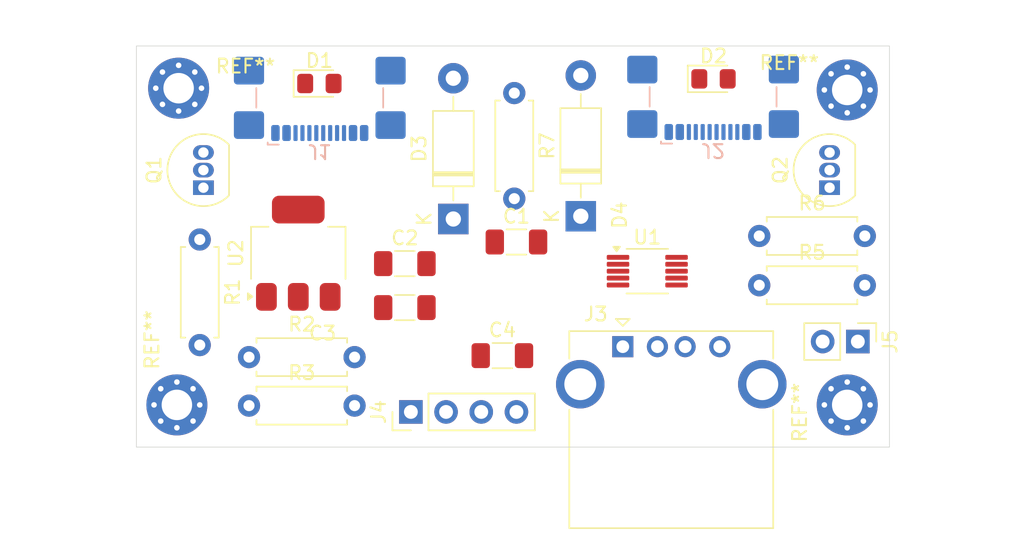
<source format=kicad_pcb>
(kicad_pcb (version 20240108) (generator "pcbnew") (generator_version "8.0")
  (layers (0 "F.Cu" signal) (31 "B.Cu" signal) (34 "B.Paste" user) (35 "F.Paste" user) (36 "B.SilkS" user "B.Silkscreen") (37 "F.SilkS" user "F.Silkscreen") (38 "B.Mask" user) (39 "F.Mask" user) (44 "Edge.Cuts" user))
  (net 0 "")
  (net 1 "GND")
  (net 2 "/5V")
  (net 3 "Net-(U1-VCC)")
  (net 4 "Net-(D1-A)")
  (net 5 "Net-(D2-A)")
  (net 6 "Net-(D3-A)")
  (net 7 "Net-(D4-A)")
  (net 8 "Net-(U1-HSD1-)")
  (net 9 "Net-(U1-HSD1+)")
  (net 12 "Net-(U1-HSD2-)")
  (net 15 "Net-(U1-HSD2+)")
  (net 16 "/D-")
  (net 17 "/D+")
  (net 18 "/SUS")
  (net 19 "/SEL")
  (net 20 "Net-(Q1-E)")
  (net 21 "Net-(Q1-B)")
  (net 22 "Net-(U2-GND)")
  (net 23 "Net-(U1-SEL)")
  (net 24 "Net-(U1-~{OE})")
  (footprint "MountingHole:MountingHole_2.2mm_M2_Pad_Via" (layer "F.Cu") (at 154.432 91.948)
    (property "Reference" "REF**" (at -3.432 0.552 90) (layer "F.SilkS"))
    (property "Value" "MountingHole_2.2mm_M2_Pad_Via")
    (pad "1" thru_hole circle (at -1.65 0) (size 0.7 0.7) (drill 0.4) (layers "*.Cu" "*.Mask"))
    (pad "1" thru_hole circle (at -1.166726 -1.166726) (size 0.7 0.7) (drill 0.4) (layers "*.Cu" "*.Mask"))
    (pad "1" thru_hole circle (at -1.166726 1.166726) (size 0.7 0.7) (drill 0.4) (layers "*.Cu" "*.Mask"))
    (pad "1" thru_hole circle (at 0 -1.65) (size 0.7 0.7) (drill 0.4) (layers "*.Cu" "*.Mask"))
    (pad "1" thru_hole circle (at 0 0) (size 4.4 4.4) (drill 2.2) (layers "*.Cu" "*.Mask"))
    (pad "1" thru_hole circle (at 0 1.65) (size 0.7 0.7) (drill 0.4) (layers "*.Cu" "*.Mask"))
    (pad "1" thru_hole circle (at 1.166726 -1.166726) (size 0.7 0.7) (drill 0.4) (layers "*.Cu" "*.Mask"))
    (pad "1" thru_hole circle (at 1.166726 1.166726) (size 0.7 0.7) (drill 0.4) (layers "*.Cu" "*.Mask"))
    (pad "1" thru_hole circle (at 1.65 0) (size 0.7 0.7) (drill 0.4) (layers "*.Cu" "*.Mask"))
  )
  (footprint "Capacitor_SMD:C_1206_3216Metric_Pad1.33x1.80mm_HandSolder" (layer "F.Cu") (at 129.54 88.392)
    (property "Reference" "C4" (at 0 -1.85 0) (layer "F.SilkS"))
    (property "Value" "22uF")
    (fp_line (start -0.711252 -0.91) (end 0.711252 -0.91) (stroke (width 0.12)) (layer "F.SilkS"))
    (fp_line (start -0.711252 0.91) (end 0.711252 0.91) (stroke (width 0.12)) (layer "F.SilkS"))
    (pad "1" smd roundrect (at -1.5625 0) (size 1.325 1.8) (layers "F.Cu" "F.Paste" "F.Mask") (roundrect_rratio 0.188679) (net 2 "/5V"))
    (pad "2" smd roundrect (at 1.5625 0) (size 1.325 1.8) (layers "F.Cu" "F.Paste" "F.Mask") (roundrect_rratio 0.188679) (net 1 "GND"))
  )
  (footprint "Package_SO:MSOP-10_3x3mm_P0.5mm" (layer "F.Cu") (at 140 82.296)
    (property "Reference" "U1" (at 0 -2.45 0) (layer "F.SilkS"))
    (property "Value" "FSUSB42MUX")
    (fp_line (start 0 -1.61) (end -1.5 -1.61) (stroke (width 0.12)) (layer "F.SilkS"))
    (fp_line (start 0 -1.61) (end 1.5 -1.61) (stroke (width 0.12)) (layer "F.SilkS"))
    (fp_line (start 0 1.61) (end -1.5 1.61) (stroke (width 0.12)) (layer "F.SilkS"))
    (fp_line (start 0 1.61) (end 1.5 1.61) (stroke (width 0.12)) (layer "F.SilkS"))
    (fp_poly (pts (xy -2.2125 -1.435) (xy -2.4525 -1.765) (xy -1.9725 -1.765) (xy -2.2125 -1.435)) (stroke (width 0.12)) (fill solid) (layer "F.SilkS"))
    (pad "1" smd roundrect (at -2.1125 -1) (size 1.625 0.35) (layers "F.Cu" "F.Paste" "F.Mask") (net 3 "Net-(U1-VCC)"))
    (pad "2" smd roundrect (at -2.1125 -0.5) (size 1.625 0.35) (layers "F.Cu" "F.Paste" "F.Mask") (net 23 "Net-(U1-SEL)"))
    (pad "3" smd roundrect (at -2.1125 0) (size 1.625 0.35) (layers "F.Cu" "F.Paste" "F.Mask") (net 17 "/D+"))
    (pad "4" smd roundrect (at -2.1125 0.5) (size 1.625 0.35) (layers "F.Cu" "F.Paste" "F.Mask") (net 16 "/D-"))
    (pad "5" smd roundrect (at -2.1125 1) (size 1.625 0.35) (layers "F.Cu" "F.Paste" "F.Mask") (net 1 "GND"))
    (pad "6" smd roundrect (at 2.1125 1) (size 1.625 0.35) (layers "F.Cu" "F.Paste" "F.Mask") (net 8 "Net-(U1-HSD1-)"))
    (pad "7" smd roundrect (at 2.1125 0.5) (size 1.625 0.35) (layers "F.Cu" "F.Paste" "F.Mask") (net 9 "Net-(U1-HSD1+)"))
    (pad "8" smd roundrect (at 2.1125 0) (size 1.625 0.35) (layers "F.Cu" "F.Paste" "F.Mask") (net 12 "Net-(U1-HSD2-)"))
    (pad "9" smd roundrect (at 2.1125 -0.5) (size 1.625 0.35) (layers "F.Cu" "F.Paste" "F.Mask") (net 15 "Net-(U1-HSD2+)"))
    (pad "10" smd roundrect (at 2.1125 -1) (size 1.625 0.35) (layers "F.Cu" "F.Paste" "F.Mask") (net 24 "Net-(U1-~{OE})"))
  )
  (footprint "Package_TO_SOT_THT:TO-92_Inline" (layer "F.Cu") (at 107.96 76.27 90)
    (property "Reference" "Q1" (at 1.27 -3.56 -90) (layer "F.SilkS"))
    (property "Value" "2N3906")
    (fp_line (start -0.53 1.85) (end 3.07 1.85) (stroke (width 0.12)) (layer "F.SilkS"))
    (fp_arc (start 1.27 -2.6) (mid 3.672087 -0.994977) (end 3.108478 1.838478) (stroke (width 0.12)) (layer "F.SilkS"))
    (fp_arc (start -0.568478 1.838478) (mid -1.132087 -0.994977) (end 1.27 -2.6) (stroke (width 0.12)) (layer "F.SilkS"))
    (pad "1" thru_hole rect (at 0 0 90) (size 1.05 1.5) (drill 0.75) (layers "*.Cu" "*.Mask") (net 20 "Net-(Q1-E)"))
    (pad "2" thru_hole oval (at 1.27 0 90) (size 1.05 1.5) (drill 0.75) (layers "*.Cu" "*.Mask") (net 21 "Net-(Q1-B)"))
    (pad "3" thru_hole oval (at 2.54 0 90) (size 1.05 1.5) (drill 0.75) (layers "*.Cu" "*.Mask") (net 4 "Net-(D1-A)"))
  )
  (footprint "Resistor_THT:R_Axial_DIN0207_L6.3mm_D2.5mm_P7.62mm_Horizontal" (layer "F.Cu") (at 111.252 92)
    (property "Reference" "R3" (at 3.81 -2.37 0) (layer "F.SilkS"))
    (property "Value" "VAR-R")
    (fp_line (start 0.54 -1.37) (end 7.08 -1.37) (stroke (width 0.12)) (layer "F.SilkS"))
    (fp_line (start 0.54 -1.04) (end 0.54 -1.37) (stroke (width 0.12)) (layer "F.SilkS"))
    (fp_line (start 0.54 1.04) (end 0.54 1.37) (stroke (width 0.12)) (layer "F.SilkS"))
    (fp_line (start 0.54 1.37) (end 7.08 1.37) (stroke (width 0.12)) (layer "F.SilkS"))
    (fp_line (start 7.08 -1.37) (end 7.08 -1.04) (stroke (width 0.12)) (layer "F.SilkS"))
    (fp_line (start 7.08 1.37) (end 7.08 1.04) (stroke (width 0.12)) (layer "F.SilkS"))
    (pad "1" thru_hole circle (at 0 0) (size 1.6 1.6) (drill 0.8) (layers "*.Cu" "*.Mask") (net 1 "GND"))
    (pad "2" thru_hole oval (at 7.62 0) (size 1.6 1.6) (drill 0.8) (layers "*.Cu" "*.Mask") (net 22 "Net-(U2-GND)"))
  )
  (footprint "LED_SMD:LED_0805_2012Metric_Pad1.15x1.40mm_HandSolder" (layer "F.Cu") (at 144.78 68.415)
    (property "Reference" "D2" (at 0 -1.65 360) (layer "F.SilkS"))
    (property "Value" "LED")
    (fp_line (start -1.86 -0.96) (end -1.86 0.96) (stroke (width 0.12)) (layer "F.SilkS"))
    (fp_line (start -1.86 0.96) (end 1 0.96) (stroke (width 0.12)) (layer "F.SilkS"))
    (fp_line (start 1 -0.96) (end -1.86 -0.96) (stroke (width 0.12)) (layer "F.SilkS"))
    (pad "1" smd roundrect (at -1.025 0) (size 1.15 1.4) (layers "F.Cu" "F.Paste" "F.Mask") (roundrect_rratio 0.217391) (net 1 "GND"))
    (pad "2" smd roundrect (at 1.025 0) (size 1.15 1.4) (layers "F.Cu" "F.Paste" "F.Mask") (roundrect_rratio 0.217391) (net 5 "Net-(D2-A)"))
  )
  (footprint "Connector_PinHeader_2.54mm:PinHeader_1x04_P2.54mm_Vertical" (layer "F.Cu") (at 122.936 92.456 90)
    (property "Reference" "J4" (at 0 -2.33 -90) (layer "F.SilkS"))
    (property "Value" "USB_out_pads")
    (fp_line (start -1.33 -1.33) (end 0 -1.33) (stroke (width 0.12)) (layer "F.SilkS"))
    (fp_line (start -1.33 0) (end -1.33 -1.33) (stroke (width 0.12)) (layer "F.SilkS"))
    (fp_line (start 1.33 1.27) (end 1.33 8.95) (stroke (width 0.12)) (layer "F.SilkS"))
    (fp_line (start -1.33 1.27) (end 1.33 1.27) (stroke (width 0.12)) (layer "F.SilkS"))
    (fp_line (start -1.33 1.27) (end -1.33 8.95) (stroke (width 0.12)) (layer "F.SilkS"))
    (fp_line (start -1.33 8.95) (end 1.33 8.95) (stroke (width 0.12)) (layer "F.SilkS"))
    (pad "1" thru_hole rect (at 0 0 90) (size 1.7 1.7) (drill 1) (layers "*.Cu" "*.Mask") (net 1 "GND"))
    (pad "2" thru_hole oval (at 0 2.54 90) (size 1.7 1.7) (drill 1) (layers "*.Cu" "*.Mask") (net 16 "/D-"))
    (pad "3" thru_hole oval (at 0 5.08 90) (size 1.7 1.7) (drill 1) (layers "*.Cu" "*.Mask") (net 17 "/D+"))
    (pad "4" thru_hole oval (at 0 7.62 90) (size 1.7 1.7) (drill 1) (layers "*.Cu" "*.Mask") (net 2 "/5V"))
  )
  (footprint "Resistor_THT:R_Axial_DIN0207_L6.3mm_D2.5mm_P7.62mm_Horizontal" (layer "F.Cu") (at 148.082 79.756)
    (property "Reference" "R6" (at 3.81 -2.37 360) (layer "F.SilkS"))
    (property "Value" "10K")
    (fp_line (start 0.54 -1.37) (end 7.08 -1.37) (stroke (width 0.12)) (layer "F.SilkS"))
    (fp_line (start 0.54 -1.04) (end 0.54 -1.37) (stroke (width 0.12)) (layer "F.SilkS"))
    (fp_line (start 0.54 1.04) (end 0.54 1.37) (stroke (width 0.12)) (layer "F.SilkS"))
    (fp_line (start 0.54 1.37) (end 7.08 1.37) (stroke (width 0.12)) (layer "F.SilkS"))
    (fp_line (start 7.08 -1.37) (end 7.08 -1.04) (stroke (width 0.12)) (layer "F.SilkS"))
    (fp_line (start 7.08 1.37) (end 7.08 1.04) (stroke (width 0.12)) (layer "F.SilkS"))
    (pad "1" thru_hole circle (at 0 0) (size 1.6 1.6) (drill 0.8) (layers "*.Cu" "*.Mask") (net 24 "Net-(U1-~{OE})"))
    (pad "2" thru_hole oval (at 7.62 0) (size 1.6 1.6) (drill 0.8) (layers "*.Cu" "*.Mask") (net 18 "/SUS"))
  )
  (footprint "Package_TO_SOT_THT:TO-92_Inline" (layer "F.Cu") (at 153.16 76.27 90)
    (property "Reference" "Q2" (at 1.27 -3.56 -90) (layer "F.SilkS"))
    (property "Value" "2N3904")
    (fp_line (start -0.53 1.85) (end 3.07 1.85) (stroke (width 0.12)) (layer "F.SilkS"))
    (fp_arc (start 1.27 -2.6) (mid 3.672087 -0.994977) (end 3.108478 1.838478) (stroke (width 0.12)) (layer "F.SilkS"))
    (fp_arc (start -0.568478 1.838478) (mid -1.132087 -0.994977) (end 1.27 -2.6) (stroke (width 0.12)) (layer "F.SilkS"))
    (pad "1" thru_hole rect (at 0 0 90) (size 1.05 1.5) (drill 0.75) (layers "*.Cu" "*.Mask") (net 5 "Net-(D2-A)"))
    (pad "2" thru_hole oval (at 1.27 0 90) (size 1.05 1.5) (drill 0.75) (layers "*.Cu" "*.Mask") (net 21 "Net-(Q1-B)"))
    (pad "3" thru_hole oval (at 2.54 0 90) (size 1.05 1.5) (drill 0.75) (layers "*.Cu" "*.Mask") (net 20 "Net-(Q1-E)"))
  )
  (footprint "Diode_THT:D_DO-41_SOD81_P10.16mm_Horizontal" (layer "F.Cu") (at 126 78.53 90)
    (property "Reference" "D3" (at 5.08 -2.47 -90) (layer "F.SilkS"))
    (property "Value" "1N4001")
    (fp_line (start 7.8 -1.47) (end 2.36 -1.47) (stroke (width 0.12)) (layer "F.SilkS"))
    (fp_line (start 3.38 -1.47) (end 3.38 1.47) (stroke (width 0.12)) (layer "F.SilkS"))
    (fp_line (start 3.26 -1.47) (end 3.26 1.47) (stroke (width 0.12)) (layer "F.SilkS"))
    (fp_line (start 3.14 -1.47) (end 3.14 1.47) (stroke (width 0.12)) (layer "F.SilkS"))
    (fp_line (start 2.36 -1.47) (end 2.36 1.47) (stroke (width 0.12)) (layer "F.SilkS"))
    (fp_line (start 8.82 0) (end 7.8 0) (stroke (width 0.12)) (layer "F.SilkS"))
    (fp_line (start 1.34 0) (end 2.36 0) (stroke (width 0.12)) (layer "F.SilkS"))
    (fp_line (start 7.8 1.47) (end 7.8 -1.47) (stroke (width 0.12)) (layer "F.SilkS"))
    (fp_line (start 2.36 1.47) (end 7.8 1.47) (stroke (width 0.12)) (layer "F.SilkS"))
    (fp_text user "K" (at 0 -2.1 -90) (layer "F.SilkS"))
    (pad "1" thru_hole rect (at 0 0 90) (size 2.2 2.2) (drill 1.1) (layers "*.Cu" "*.Mask") (net 2 "/5V"))
    (pad "2" thru_hole oval (at 10.16 0 90) (size 2.2 2.2) (drill 1.1) (layers "*.Cu" "*.Mask") (net 6 "Net-(D3-A)"))
  )
  (footprint "Resistor_THT:R_Axial_DIN0207_L6.3mm_D2.5mm_P7.62mm_Horizontal" (layer "F.Cu") (at 130.4 69.44 -90)
    (property "Reference" "R7" (at 3.81 -2.37 90) (layer "F.SilkS"))
    (property "Value" "R")
    (fp_line (start 0.54 1.37) (end 7.08 1.37) (stroke (width 0.12)) (layer "F.SilkS"))
    (fp_line (start 7.08 1.37) (end 7.08 1.04) (stroke (width 0.12)) (layer "F.SilkS"))
    (fp_line (start 0.54 1.04) (end 0.54 1.37) (stroke (width 0.12)) (layer "F.SilkS"))
    (fp_line (start 0.54 -1.04) (end 0.54 -1.37) (stroke (width 0.12)) (layer "F.SilkS"))
    (fp_line (start 0.54 -1.37) (end 7.08 -1.37) (stroke (width 0.12)) (layer "F.SilkS"))
    (fp_line (start 7.08 -1.37) (end 7.08 -1.04) (stroke (width 0.12)) (layer "F.SilkS"))
    (pad "1" thru_hole circle (at 0 0 270) (size 1.6 1.6) (drill 0.8) (layers "*.Cu" "*.Mask") (net 20 "Net-(Q1-E)"))
    (pad "2" thru_hole oval (at 7.62 0 270) (size 1.6 1.6) (drill 0.8) (layers "*.Cu" "*.Mask") (net 3 "Net-(U1-VCC)"))
  )
  (footprint "Connector_USB:USB_A_CONNFLY_DS1095-WNR0" (layer "F.Cu") (at 138.232 87.7445)
    (property "Reference" "J3" (at -1.95 -2.35 0) (layer "F.SilkS"))
    (property "Value" "USB_A")
    (fp_line (start -3.86 -1.12) (end -3.86 0.86) (stroke (width 0.12)) (layer "F.SilkS"))
    (fp_line (start -3.86 -1.12) (end 10.86 -1.12) (stroke (width 0.12)) (layer "F.SilkS"))
    (fp_line (start -3.86 4.56) (end -3.86 13.1) (stroke (width 0.12)) (layer "F.SilkS"))
    (fp_line (start -3.86 13.1) (end 10.86 13.1) (stroke (width 0.12)) (layer "F.SilkS"))
    (fp_line (start -0.5 -2) (end 0 -1.5) (stroke (width 0.12)) (layer "F.SilkS"))
    (fp_line (start 0 -1.5) (end 0.5 -2) (stroke (width 0.12)) (layer "F.SilkS"))
    (fp_line (start 0.5 -2) (end -0.5 -2) (stroke (width 0.12)) (layer "F.SilkS"))
    (fp_line (start 10.86 0.86) (end 10.86 -1.12) (stroke (width 0.12)) (layer "F.SilkS"))
    (fp_line (start 10.86 4.56) (end 10.86 13.1) (stroke (width 0.12)) (layer "F.SilkS"))
    (pad "1" thru_hole rect (at 0 0) (size 1.524 1.524) (drill 0.92) (layers "*.Cu" "*.Mask") (net 2 "/5V"))
    (pad "2" thru_hole circle (at 2.5 0) (size 1.524 1.524) (drill 0.92) (layers "*.Cu" "*.Mask") (net 16 "/D-"))
    (pad "3" thru_hole circle (at 4.5 0) (size 1.524 1.524) (drill 0.92) (layers "*.Cu" "*.Mask") (net 17 "/D+"))
    (pad "4" thru_hole circle (at 7 0) (size 1.524 1.524) (drill 0.92) (layers "*.Cu" "*.Mask") (net 1 "GND"))
    (pad "5" thru_hole circle (at -3.07 2.71) (size 3.5 3.5) (drill 2.3) (layers "*.Cu" "*.Mask") (net 1 "GND"))
    (pad "5" thru_hole circle (at 10.07 2.71) (size 3.5 3.5) (drill 2.3) (layers "*.Cu" "*.Mask") (net 1 "GND"))
  )
  (footprint "Resistor_THT:R_Axial_DIN0207_L6.3mm_D2.5mm_P7.62mm_Horizontal" (layer "F.Cu") (at 107.696 80.01 -90)
    (property "Reference" "R1" (at 3.81 -2.37 90) (layer "F.SilkS"))
    (property "Value" "R")
    (fp_line (start 0.54 1.37) (end 7.08 1.37) (stroke (width 0.12)) (layer "F.SilkS"))
    (fp_line (start 7.08 1.37) (end 7.08 1.04) (stroke (width 0.12)) (layer "F.SilkS"))
    (fp_line (start 0.54 1.04) (end 0.54 1.37) (stroke (width 0.12)) (layer "F.SilkS"))
    (fp_line (start 0.54 -1.04) (end 0.54 -1.37) (stroke (width 0.12)) (layer "F.SilkS"))
    (fp_line (start 0.54 -1.37) (end 7.08 -1.37) (stroke (width 0.12)) (layer "F.SilkS"))
    (fp_line (start 7.08 -1.37) (end 7.08 -1.04) (stroke (width 0.12)) (layer "F.SilkS"))
    (pad "1" thru_hole circle (at 0 0 270) (size 1.6 1.6) (drill 0.8) (layers "*.Cu" "*.Mask") (net 21 "Net-(Q1-B)"))
    (pad "2" thru_hole oval (at 7.62 0 270) (size 1.6 1.6) (drill 0.8) (layers "*.Cu" "*.Mask") (net 19 "/SEL"))
  )
  (footprint "LED_SMD:LED_0805_2012Metric_Pad1.15x1.40mm_HandSolder" (layer "F.Cu") (at 116.332 68.75)
    (property "Reference" "D1" (at 0 -1.65 360) (layer "F.SilkS"))
    (property "Value" "LED")
    (fp_line (start -1.86 -0.96) (end -1.86 0.96) (stroke (width 0.12)) (layer "F.SilkS"))
    (fp_line (start -1.86 0.96) (end 1 0.96) (stroke (width 0.12)) (layer "F.SilkS"))
    (fp_line (start 1 -0.96) (end -1.86 -0.96) (stroke (width 0.12)) (layer "F.SilkS"))
    (pad "1" smd roundrect (at -1.025 0) (size 1.15 1.4) (layers "F.Cu" "F.Paste" "F.Mask") (roundrect_rratio 0.217391) (net 1 "GND"))
    (pad "2" smd roundrect (at 1.025 0) (size 1.15 1.4) (layers "F.Cu" "F.Paste" "F.Mask") (roundrect_rratio 0.217391) (net 4 "Net-(D1-A)"))
  )
  (footprint "Resistor_THT:R_Axial_DIN0207_L6.3mm_D2.5mm_P7.62mm_Horizontal" (layer "F.Cu") (at 111.252 88.5)
    (property "Reference" "R2" (at 3.81 -2.37 0) (layer "F.SilkS"))
    (property "Value" "VAR-R")
    (fp_line (start 0.54 -1.37) (end 7.08 -1.37) (stroke (width 0.12)) (layer "F.SilkS"))
    (fp_line (start 0.54 -1.04) (end 0.54 -1.37) (stroke (width 0.12)) (layer "F.SilkS"))
    (fp_line (start 0.54 1.04) (end 0.54 1.37) (stroke (width 0.12)) (layer "F.SilkS"))
    (fp_line (start 0.54 1.37) (end 7.08 1.37) (stroke (width 0.12)) (layer "F.SilkS"))
    (fp_line (start 7.08 -1.37) (end 7.08 -1.04) (stroke (width 0.12)) (layer "F.SilkS"))
    (fp_line (start 7.08 1.37) (end 7.08 1.04) (stroke (width 0.12)) (layer "F.SilkS"))
    (pad "1" thru_hole circle (at 0 0) (size 1.6 1.6) (drill 0.8) (layers "*.Cu" "*.Mask") (net 22 "Net-(U2-GND)"))
    (pad "2" thru_hole oval (at 7.62 0) (size 1.6 1.6) (drill 0.8) (layers "*.Cu" "*.Mask") (net 3 "Net-(U1-VCC)"))
  )
  (footprint "Diode_THT:D_DO-41_SOD81_P10.16mm_Horizontal" (layer "F.Cu") (at 135.2 78.33 90)
    (property "Reference" "D4" (at 0.08 2.8 -90) (layer "F.SilkS"))
    (property "Value" "1N4001")
    (fp_line (start 7.8 -1.47) (end 2.36 -1.47) (stroke (width 0.12)) (layer "F.SilkS"))
    (fp_line (start 3.38 -1.47) (end 3.38 1.47) (stroke (width 0.12)) (layer "F.SilkS"))
    (fp_line (start 3.26 -1.47) (end 3.26 1.47) (stroke (width 0.12)) (layer "F.SilkS"))
    (fp_line (start 3.14 -1.47) (end 3.14 1.47) (stroke (width 0.12)) (layer "F.SilkS"))
    (fp_line (start 2.36 -1.47) (end 2.36 1.47) (stroke (width 0.12)) (layer "F.SilkS"))
    (fp_line (start 8.82 0) (end 7.8 0) (stroke (width 0.12)) (layer "F.SilkS"))
    (fp_line (start 1.34 0) (end 2.36 0) (stroke (width 0.12)) (layer "F.SilkS"))
    (fp_line (start 7.8 1.47) (end 7.8 -1.47) (stroke (width 0.12)) (layer "F.SilkS"))
    (fp_line (start 2.36 1.47) (end 7.8 1.47) (stroke (width 0.12)) (layer "F.SilkS"))
    (fp_text user "K" (at 0 -2.1 -90) (layer "F.SilkS"))
    (pad "1" thru_hole rect (at 0 0 90) (size 2.2 2.2) (drill 1.1) (layers "*.Cu" "*.Mask") (net 2 "/5V"))
    (pad "2" thru_hole oval (at 10.16 0 90) (size 2.2 2.2) (drill 1.1) (layers "*.Cu" "*.Mask") (net 7 "Net-(D4-A)"))
  )
  (footprint "Capacitor_SMD:C_1206_3216Metric_Pad1.33x1.80mm_HandSolder" (layer "F.Cu") (at 130.556 80.19)
    (property "Reference" "C1" (at 0 -1.85 0) (layer "F.SilkS"))
    (property "Value" "100uF")
    (fp_line (start -0.711252 -0.91) (end 0.711252 -0.91) (stroke (width 0.12)) (layer "F.SilkS"))
    (fp_line (start -0.711252 0.91) (end 0.711252 0.91) (stroke (width 0.12)) (layer "F.SilkS"))
    (pad "1" smd roundrect (at -1.5625 0) (size 1.325 1.8) (layers "F.Cu" "F.Paste" "F.Mask") (roundrect_rratio 0.188679) (net 2 "/5V"))
    (pad "2" smd roundrect (at 1.5625 0) (size 1.325 1.8) (layers "F.Cu" "F.Paste" "F.Mask") (roundrect_rratio 0.188679) (net 1 "GND"))
  )
  (footprint "MountingHole:MountingHole_2.2mm_M2_Pad_Via" (layer "F.Cu") (at 106.172 69.088)
    (property "Reference" "REF**" (at 4.828 -1.588 0) (layer "F.SilkS"))
    (property "Value" "MountingHole_2.2mm_M2_Pad_Via")
    (pad "1" thru_hole circle (at -1.65 0) (size 0.7 0.7) (drill 0.4) (layers "*.Cu" "*.Mask"))
    (pad "1" thru_hole circle (at -1.166726 -1.166726) (size 0.7 0.7) (drill 0.4) (layers "*.Cu" "*.Mask"))
    (pad "1" thru_hole circle (at -1.166726 1.166726) (size 0.7 0.7) (drill 0.4) (layers "*.Cu" "*.Mask"))
    (pad "1" thru_hole circle (at 0 -1.65) (size 0.7 0.7) (drill 0.4) (layers "*.Cu" "*.Mask"))
    (pad "1" thru_hole circle (at 0 0) (size 4.4 4.4) (drill 2.2) (layers "*.Cu" "*.Mask"))
    (pad "1" thru_hole circle (at 0 1.65) (size 0.7 0.7) (drill 0.4) (layers "*.Cu" "*.Mask"))
    (pad "1" thru_hole circle (at 1.166726 -1.166726) (size 0.7 0.7) (drill 0.4) (layers "*.Cu" "*.Mask"))
    (pad "1" thru_hole circle (at 1.166726 1.166726) (size 0.7 0.7) (drill 0.4) (layers "*.Cu" "*.Mask"))
    (pad "1" thru_hole circle (at 1.65 0) (size 0.7 0.7) (drill 0.4) (layers "*.Cu" "*.Mask"))
  )
  (footprint "Resistor_THT:R_Axial_DIN0207_L6.3mm_D2.5mm_P7.62mm_Horizontal" (layer "F.Cu") (at 148.082 83.312)
    (property "Reference" "R5" (at 3.81 -2.37 360) (layer "F.SilkS"))
    (property "Value" "10K")
    (fp_line (start 0.54 -1.37) (end 7.08 -1.37) (stroke (width 0.12)) (layer "F.SilkS"))
    (fp_line (start 0.54 -1.04) (end 0.54 -1.37) (stroke (width 0.12)) (layer "F.SilkS"))
    (fp_line (start 0.54 1.04) (end 0.54 1.37) (stroke (width 0.12)) (layer "F.SilkS"))
    (fp_line (start 0.54 1.37) (end 7.08 1.37) (stroke (width 0.12)) (layer "F.SilkS"))
    (fp_line (start 7.08 -1.37) (end 7.08 -1.04) (stroke (width 0.12)) (layer "F.SilkS"))
    (fp_line (start 7.08 1.37) (end 7.08 1.04) (stroke (width 0.12)) (layer "F.SilkS"))
    (pad "1" thru_hole circle (at 0 0) (size 1.6 1.6) (drill 0.8) (layers "*.Cu" "*.Mask") (net 23 "Net-(U1-SEL)"))
    (pad "2" thru_hole oval (at 7.62 0) (size 1.6 1.6) (drill 0.8) (layers "*.Cu" "*.Mask") (net 19 "/SEL"))
  )
  (footprint "Capacitor_SMD:C_1206_3216Metric_Pad1.33x1.80mm_HandSolder" (layer "F.Cu") (at 122.5 81.75)
    (property "Reference" "C2" (at 0 -1.85 0) (layer "F.SilkS"))
    (property "Value" "22uF")
    (fp_line (start -0.711252 -0.91) (end 0.711252 -0.91) (stroke (width 0.12)) (layer "F.SilkS"))
    (fp_line (start -0.711252 0.91) (end 0.711252 0.91) (stroke (width 0.12)) (layer "F.SilkS"))
    (pad "1" smd roundrect (at -1.5625 0) (size 1.325 1.8) (layers "F.Cu" "F.Paste" "F.Mask") (roundrect_rratio 0.188679) (net 1 "GND"))
    (pad "2" smd roundrect (at 1.5625 0) (size 1.325 1.8) (layers "F.Cu" "F.Paste" "F.Mask") (roundrect_rratio 0.188679) (net 3 "Net-(U1-VCC)"))
  )
  (footprint "Capacitor_SMD:C_1206_3216Metric_Pad1.33x1.80mm_HandSolder" (layer "F.Cu") (at 122.5 84.925 180)
    (property "Reference" "C3" (at 5.938 -1.85 180) (layer "F.SilkS"))
    (property "Value" "100nF")
    (fp_line (start -0.711252 0.91) (end 0.711252 0.91) (stroke (width 0.12)) (layer "F.SilkS"))
    (fp_line (start -0.711252 -0.91) (end 0.711252 -0.91) (stroke (width 0.12)) (layer "F.SilkS"))
    (pad "1" smd roundrect (at -1.5625 0 180) (size 1.325 1.8) (layers "F.Cu" "F.Paste" "F.Mask") (roundrect_rratio 0.188679) (net 2 "/5V"))
    (pad "2" smd roundrect (at 1.5625 0 180) (size 1.325 1.8) (layers "F.Cu" "F.Paste" "F.Mask") (roundrect_rratio 0.188679) (net 1 "GND"))
  )
  (footprint "MountingHole:MountingHole_2.2mm_M2_Pad_Via" (layer "F.Cu") (at 106.046 91.948)
    (property "Reference" "REF**" (at -1.796 -4.698 90) (layer "F.SilkS"))
    (property "Value" "MountingHole_2.2mm_M2_Pad_Via")
    (pad "1" thru_hole circle (at -1.65 0) (size 0.7 0.7) (drill 0.4) (layers "*.Cu" "*.Mask"))
    (pad "1" thru_hole circle (at -1.166726 -1.166726) (size 0.7 0.7) (drill 0.4) (layers "*.Cu" "*.Mask"))
    (pad "1" thru_hole circle (at -1.166726 1.166726) (size 0.7 0.7) (drill 0.4) (layers "*.Cu" "*.Mask"))
    (pad "1" thru_hole circle (at 0 -1.65) (size 0.7 0.7) (drill 0.4) (layers "*.Cu" "*.Mask"))
    (pad "1" thru_hole circle (at 0 0) (size 4.4 4.4) (drill 2.2) (layers "*.Cu" "*.Mask"))
    (pad "1" thru_hole circle (at 0 1.65) (size 0.7 0.7) (drill 0.4) (layers "*.Cu" "*.Mask"))
    (pad "1" thru_hole circle (at 1.166726 -1.166726) (size 0.7 0.7) (drill 0.4) (layers "*.Cu" "*.Mask"))
    (pad "1" thru_hole circle (at 1.166726 1.166726) (size 0.7 0.7) (drill 0.4) (layers "*.Cu" "*.Mask"))
    (pad "1" thru_hole circle (at 1.65 0) (size 0.7 0.7) (drill 0.4) (layers "*.Cu" "*.Mask"))
  )
  (footprint "MountingHole:MountingHole_2.2mm_M2_Pad_Via" (layer "F.Cu") (at 154.432 69.215)
    (property "Reference" "REF**" (at -4.182 -1.965 0) (layer "F.SilkS"))
    (property "Value" "MountingHole_2.2mm_M2_Pad_Via")
    (pad "1" thru_hole circle (at -1.65 0) (size 0.7 0.7) (drill 0.4) (layers "*.Cu" "*.Mask"))
    (pad "1" thru_hole circle (at -1.166726 -1.166726) (size 0.7 0.7) (drill 0.4) (layers "*.Cu" "*.Mask"))
    (pad "1" thru_hole circle (at -1.166726 1.166726) (size 0.7 0.7) (drill 0.4) (layers "*.Cu" "*.Mask"))
    (pad "1" thru_hole circle (at 0 -1.65) (size 0.7 0.7) (drill 0.4) (layers "*.Cu" "*.Mask"))
    (pad "1" thru_hole circle (at 0 0) (size 4.4 4.4) (drill 2.2) (layers "*.Cu" "*.Mask"))
    (pad "1" thru_hole circle (at 0 1.65) (size 0.7 0.7) (drill 0.4) (layers "*.Cu" "*.Mask"))
    (pad "1" thru_hole circle (at 1.166726 -1.166726) (size 0.7 0.7) (drill 0.4) (layers "*.Cu" "*.Mask"))
    (pad "1" thru_hole circle (at 1.166726 1.166726) (size 0.7 0.7) (drill 0.4) (layers "*.Cu" "*.Mask"))
    (pad "1" thru_hole circle (at 1.65 0) (size 0.7 0.7) (drill 0.4) (layers "*.Cu" "*.Mask"))
  )
  (footprint "Connector_PinHeader_2.54mm:PinHeader_1x02_P2.54mm_Vertical" (layer "F.Cu") (at 155.199 87.376 -90)
    (property "Reference" "J5" (at 0 -2.33 90) (layer "F.SilkS"))
    (property "Value" "switch_ctrl_pads")
    (fp_line (start -1.33 3.87) (end 1.33 3.87) (stroke (width 0.12)) (layer "F.SilkS"))
    (fp_line (start -1.33 1.27) (end -1.33 3.87) (stroke (width 0.12)) (layer "F.SilkS"))
    (fp_line (start -1.33 1.27) (end 1.33 1.27) (stroke (width 0.12)) (layer "F.SilkS"))
    (fp_line (start 1.33 1.27) (end 1.33 3.87) (stroke (width 0.12)) (layer "F.SilkS"))
    (fp_line (start -1.33 0) (end -1.33 -1.33) (stroke (width 0.12)) (layer "F.SilkS"))
    (fp_line (start -1.33 -1.33) (end 0 -1.33) (stroke (width 0.12)) (layer "F.SilkS"))
    (pad "1" thru_hole rect (at 0 0 270) (size 1.7 1.7) (drill 1) (layers "*.Cu" "*.Mask") (net 19 "/SEL"))
    (pad "2" thru_hole oval (at 0 2.54 270) (size 1.7 1.7) (drill 1) (layers "*.Cu" "*.Mask") (net 18 "/SUS"))
  )
  (footprint "Package_TO_SOT_SMD:SOT-223-3_TabPin2" (layer "F.Cu") (at 114.808 81 90)
    (property "Reference" "U2" (at 0 -4.5 -90) (layer "F.SilkS"))
    (property "Value" "AMS1117-3.3")
    (fp_line (start 1.91 -3.41) (end 1.91 -2.15) (stroke (width 0.12)) (layer "F.SilkS"))
    (fp_line (start -1.85 -3.41) (end 1.91 -3.41) (stroke (width 0.12)) (layer "F.SilkS"))
    (fp_line (start 1.91 3.41) (end 1.91 2.15) (stroke (width 0.12)) (layer "F.SilkS"))
    (fp_line (start -1.85 3.41) (end 1.91 3.41) (stroke (width 0.12)) (layer "F.SilkS"))
    (fp_poly (pts (xy -3.13 -3.31) (xy -3.37 -3.64) (xy -2.89 -3.64) (xy -3.13 -3.31)) (stroke (width 0.12)) (fill solid) (layer "F.SilkS"))
    (pad "1" smd roundrect (at -3.15 -2.3 90) (size 2 1.5) (layers "F.Cu" "F.Paste" "F.Mask") (net 22 "Net-(U2-GND)"))
    (pad "2" smd roundrect (at -3.15 0 90) (size 2 1.5) (layers "F.Cu" "F.Paste" "F.Mask") (net 3 "Net-(U1-VCC)"))
    (pad "2" smd roundrect (at 3.15 0 90) (size 2 3.8) (layers "F.Cu" "F.Paste" "F.Mask") (net 3 "Net-(U1-VCC)"))
    (pad "3" smd roundrect (at -3.15 2.3 90) (size 2 1.5) (layers "F.Cu" "F.Paste" "F.Mask") (net 2 "/5V"))
  )
  (footprint "Connector_USB:USB_C_Receptacle_GCT_USB4110" (layer "B.Cu") (at 144.75 68.57)
    (property "Reference" "J2" (at 0 5.015 180) (layer "B.SilkS") (effects (justify mirror)))
    (property "Value" "USB_C_Receptacle_USB2.0_14P")
    (fp_line (start -4.58 1.845) (end -4.58 0.435) (stroke (width 0.12)) (layer "B.SilkS"))
    (fp_line (start -3.76 4.365) (end -3.76 4.515) (stroke (width 0.12)) (layer "B.SilkS"))
    (fp_line (start -3.76 4.515) (end -2.96 4.515) (stroke (width 0.12)) (layer "B.SilkS"))
    (fp_line (start 4.58 1.845) (end 4.58 0.435) (stroke (width 0.12)) (layer "B.SilkS"))
    (pad "" np_thru_hole circle (at -2.89 2.605) (size 0.65 0.65) (drill 0.65) (layers "F&B.Cu" "*.Mask"))
    (pad "" np_thru_hole circle (at 2.89 2.605) (size 0.65 0.65) (drill 0.65) (layers "F&B.Cu" "*.Mask"))
    (pad "A1" smd roundrect (at -3.2 3.68) (size 0.6 1.15) (layers "B.Cu" "B.Paste" "B.Mask") (net 1 "GND"))
    (pad "A4" smd roundrect (at -2.4 3.68) (size 0.6 1.15) (layers "B.Cu" "B.Paste" "B.Mask") (net 7 "Net-(D4-A)"))
    (pad "A5" smd roundrect (at -1.25 3.68) (size 0.3 1.15) (layers "B.Cu" "B.Paste" "B.Mask"))
    (pad "A6" smd roundrect (at -0.25 3.68) (size 0.3 1.15) (layers "B.Cu" "B.Paste" "B.Mask") (net 15 "Net-(U1-HSD2+)"))
    (pad "A7" smd roundrect (at 0.25 3.68) (size 0.3 1.15) (layers "B.Cu" "B.Paste" "B.Mask") (net 12 "Net-(U1-HSD2-)"))
    (pad "A8" smd roundrect (at 1.25 3.68) (size 0.3 1.15) (layers "B.Cu" "B.Paste" "B.Mask"))
    (pad "A9" smd roundrect (at 2.4 3.68) (size 0.6 1.15) (layers "B.Cu" "B.Paste" "B.Mask") (net 7 "Net-(D4-A)"))
    (pad "A12" smd roundrect (at 3.2 3.68) (size 0.6 1.15) (layers "B.Cu" "B.Paste" "B.Mask") (net 1 "GND"))
    (pad "B1" smd roundrect (at 3.2 3.68) (size 0.6 1.15) (layers "B.Cu" "B.Paste" "B.Mask") (net 1 "GND"))
    (pad "B4" smd roundrect (at 2.4 3.68) (size 0.6 1.15) (layers "B.Cu" "B.Paste" "B.Mask") (net 7 "Net-(D4-A)"))
    (pad "B5" smd roundrect (at 1.75 3.68) (size 0.3 1.15) (layers "B.Cu" "B.Paste" "B.Mask"))
    (pad "B6" smd roundrect (at 0.75 3.68) (size 0.3 1.15) (layers "B.Cu" "B.Paste" "B.Mask") (net 15 "Net-(U1-HSD2+)"))
    (pad "B7" smd roundrect (at -0.75 3.68) (size 0.3 1.15) (layers "B.Cu" "B.Paste" "B.Mask") (net 12 "Net-(U1-HSD2-)"))
    (pad "B8" smd roundrect (at -1.75 3.68) (size 0.3 1.15) (layers "B.Cu" "B.Paste" "B.Mask"))
    (pad "B9" smd roundrect (at -2.4 3.68) (size 0.6 1.15) (layers "B.Cu" "B.Paste" "B.Mask") (net 7 "Net-(D4-A)"))
    (pad "B12" smd roundrect (at -3.2 3.68) (size 0.6 1.15) (layers "B.Cu" "B.Paste" "B.Mask") (net 1 "GND"))
    (pad "S1" smd roundrect (at -5.11 -0.825) (size 2.18 2) (layers "B.Cu" "B.Paste" "B.Mask") (roundrect_rratio 0.125) (net 1 "GND"))
    (pad "S1" smd roundrect (at -5.11 3.105) (size 2.18 2) (layers "B.Cu" "B.Paste" "B.Mask") (roundrect_rratio 0.125) (net 1 "GND"))
    (pad "S1" smd roundrect (at 5.11 -0.825) (size 2.18 2) (layers "B.Cu" "B.Paste" "B.Mask") (roundrect_rratio 0.125) (net 1 "GND"))
    (pad "S1" smd roundrect (at 5.11 3.105) (size 2.18 2) (layers "B.Cu" "B.Paste" "B.Mask") (roundrect_rratio 0.125) (net 1 "GND"))
  )
  (footprint "Connector_USB:USB_C_Receptacle_GCT_USB4110" (layer "B.Cu") (at 116.36 68.645)
    (property "Reference" "J1" (at 0 5.015 180) (layer "B.SilkS") (effects (justify mirror)))
    (property "Value" "USB_C_Receptacle_USB2.0_14P")
    (fp_line (start -4.58 1.845) (end -4.58 0.435) (stroke (width 0.12)) (layer "B.SilkS"))
    (fp_line (start -3.76 4.365) (end -3.76 4.515) (stroke (width 0.12)) (layer "B.SilkS"))
    (fp_line (start -3.76 4.515) (end -2.96 4.515) (stroke (width 0.12)) (layer "B.SilkS"))
    (fp_line (start 4.58 1.845) (end 4.58 0.435) (stroke (width 0.12)) (layer "B.SilkS"))
    (pad "" np_thru_hole circle (at -2.89 2.605) (size 0.65 0.65) (drill 0.65) (layers "F&B.Cu" "*.Mask"))
    (pad "" np_thru_hole circle (at 2.89 2.605) (size 0.65 0.65) (drill 0.65) (layers "F&B.Cu" "*.Mask"))
    (pad "A1" smd roundrect (at -3.2 3.68) (size 0.6 1.15) (layers "B.Cu" "B.Paste" "B.Mask") (net 1 "GND"))
    (pad "A4" smd roundrect (at -2.4 3.68) (size 0.6 1.15) (layers "B.Cu" "B.Paste" "B.Mask") (net 6 "Net-(D3-A)"))
    (pad "A5" smd roundrect (at -1.25 3.68) (size 0.3 1.15) (layers "B.Cu" "B.Paste" "B.Mask"))
    (pad "A6" smd roundrect (at -0.25 3.68) (size 0.3 1.15) (layers "B.Cu" "B.Paste" "B.Mask") (net 9 "Net-(U1-HSD1+)"))
    (pad "A7" smd roundrect (at 0.25 3.68) (size 0.3 1.15) (layers "B.Cu" "B.Paste" "B.Mask") (net 8 "Net-(U1-HSD1-)"))
    (pad "A8" smd roundrect (at 1.25 3.68) (size 0.3 1.15) (layers "B.Cu" "B.Paste" "B.Mask"))
    (pad "A9" smd roundrect (at 2.4 3.68) (size 0.6 1.15) (layers "B.Cu" "B.Paste" "B.Mask") (net 6 "Net-(D3-A)"))
    (pad "A12" smd roundrect (at 3.2 3.68) (size 0.6 1.15) (layers "B.Cu" "B.Paste" "B.Mask") (net 1 "GND"))
    (pad "B1" smd roundrect (at 3.2 3.68) (size 0.6 1.15) (layers "B.Cu" "B.Paste" "B.Mask") (net 1 "GND"))
    (pad "B4" smd roundrect (at 2.4 3.68) (size 0.6 1.15) (layers "B.Cu" "B.Paste" "B.Mask") (net 6 "Net-(D3-A)"))
    (pad "B5" smd roundrect (at 1.75 3.68) (size 0.3 1.15) (layers "B.Cu" "B.Paste" "B.Mask"))
    (pad "B6" smd roundrect (at 0.75 3.68) (size 0.3 1.15) (layers "B.Cu" "B.Paste" "B.Mask") (net 9 "Net-(U1-HSD1+)"))
    (pad "B7" smd roundrect (at -0.75 3.68) (size 0.3 1.15) (layers "B.Cu" "B.Paste" "B.Mask") (net 8 "Net-(U1-HSD1-)"))
    (pad "B8" smd roundrect (at -1.75 3.68) (size 0.3 1.15) (layers "B.Cu" "B.Paste" "B.Mask"))
    (pad "B9" smd roundrect (at -2.4 3.68) (size 0.6 1.15) (layers "B.Cu" "B.Paste" "B.Mask") (net 6 "Net-(D3-A)"))
    (pad "B12" smd roundrect (at -3.2 3.68) (size 0.6 1.15) (layers "B.Cu" "B.Paste" "B.Mask") (net 1 "GND"))
    (pad "S1" smd roundrect (at -5.11 -0.825) (size 2.18 2) (layers "B.Cu" "B.Paste" "B.Mask") (roundrect_rratio 0.125) (net 1 "GND"))
    (pad "S1" smd roundrect (at -5.11 3.105) (size 2.18 2) (layers "B.Cu" "B.Paste" "B.Mask") (roundrect_rratio 0.125) (net 1 "GND"))
    (pad "S1" smd roundrect (at 5.11 -0.825) (size 2.18 2) (layers "B.Cu" "B.Paste" "B.Mask") (roundrect_rratio 0.125) (net 1 "GND"))
    (pad "S1" smd roundrect (at 5.11 3.105) (size 2.18 2) (layers "B.Cu" "B.Paste" "B.Mask") (roundrect_rratio 0.125) (net 1 "GND"))
  )
  (gr_rect (start 103.124 66.04) (end 157.48 94.996) (stroke (width 0.05)) (fill none) (layer "Edge.Cuts"))
)
</source>
